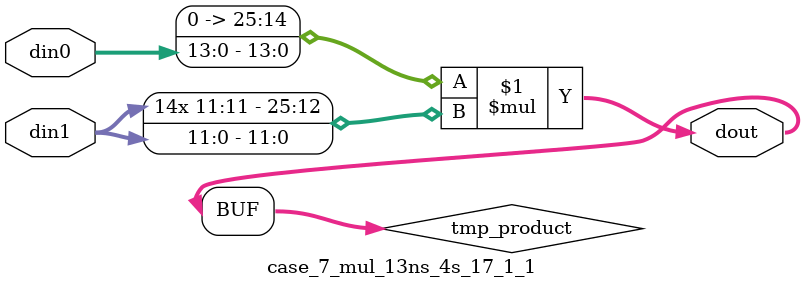
<source format=v>

`timescale 1 ns / 1 ps

 (* use_dsp = "no" *)  module case_7_mul_13ns_4s_17_1_1(din0, din1, dout);
parameter ID = 1;
parameter NUM_STAGE = 0;
parameter din0_WIDTH = 14;
parameter din1_WIDTH = 12;
parameter dout_WIDTH = 26;

input [din0_WIDTH - 1 : 0] din0; 
input [din1_WIDTH - 1 : 0] din1; 
output [dout_WIDTH - 1 : 0] dout;

wire signed [dout_WIDTH - 1 : 0] tmp_product;

























assign tmp_product = $signed({1'b0, din0}) * $signed(din1);










assign dout = tmp_product;





















endmodule

</source>
